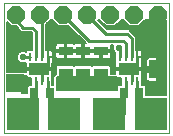
<source format=gtl>
G75*
%MOIN*%
%OFA0B0*%
%FSLAX25Y25*%
%IPPOS*%
%LPD*%
%AMOC8*
5,1,8,0,0,1.08239X$1,22.5*
%
%ADD10C,0.00000*%
%ADD11R,0.01100X0.02800*%
%ADD12R,0.06700X0.03900*%
%ADD13R,0.10630X0.10630*%
%ADD14R,0.02756X0.03543*%
%ADD15R,0.05906X0.05906*%
%ADD16R,0.04724X0.03150*%
%ADD17OC8,0.05906*%
%ADD18C,0.00600*%
%ADD19R,0.02205X0.02205*%
%ADD20C,0.01000*%
%ADD21C,0.02362*%
%ADD22OC8,0.02205*%
D10*
X0056586Y0044415D02*
X0056586Y0087722D01*
X0111704Y0087722D01*
X0111704Y0044415D01*
X0056586Y0044415D01*
X0058593Y0047013D02*
X0058595Y0047061D01*
X0058601Y0047109D01*
X0058611Y0047156D01*
X0058624Y0047202D01*
X0058642Y0047247D01*
X0058662Y0047291D01*
X0058687Y0047333D01*
X0058715Y0047372D01*
X0058745Y0047409D01*
X0058779Y0047443D01*
X0058816Y0047475D01*
X0058854Y0047504D01*
X0058895Y0047529D01*
X0058938Y0047551D01*
X0058983Y0047569D01*
X0059029Y0047583D01*
X0059076Y0047594D01*
X0059124Y0047601D01*
X0059172Y0047604D01*
X0059220Y0047603D01*
X0059268Y0047598D01*
X0059316Y0047589D01*
X0059362Y0047577D01*
X0059407Y0047560D01*
X0059451Y0047540D01*
X0059493Y0047517D01*
X0059533Y0047490D01*
X0059571Y0047460D01*
X0059606Y0047427D01*
X0059638Y0047391D01*
X0059668Y0047353D01*
X0059694Y0047312D01*
X0059716Y0047269D01*
X0059736Y0047225D01*
X0059751Y0047180D01*
X0059763Y0047133D01*
X0059771Y0047085D01*
X0059775Y0047037D01*
X0059775Y0046989D01*
X0059771Y0046941D01*
X0059763Y0046893D01*
X0059751Y0046846D01*
X0059736Y0046801D01*
X0059716Y0046757D01*
X0059694Y0046714D01*
X0059668Y0046673D01*
X0059638Y0046635D01*
X0059606Y0046599D01*
X0059571Y0046566D01*
X0059533Y0046536D01*
X0059493Y0046509D01*
X0059451Y0046486D01*
X0059407Y0046466D01*
X0059362Y0046449D01*
X0059316Y0046437D01*
X0059268Y0046428D01*
X0059220Y0046423D01*
X0059172Y0046422D01*
X0059124Y0046425D01*
X0059076Y0046432D01*
X0059029Y0046443D01*
X0058983Y0046457D01*
X0058938Y0046475D01*
X0058895Y0046497D01*
X0058854Y0046522D01*
X0058816Y0046551D01*
X0058779Y0046583D01*
X0058745Y0046617D01*
X0058715Y0046654D01*
X0058687Y0046693D01*
X0058662Y0046735D01*
X0058642Y0046779D01*
X0058624Y0046824D01*
X0058611Y0046870D01*
X0058601Y0046917D01*
X0058595Y0046965D01*
X0058593Y0047013D01*
X0058593Y0054415D02*
X0058595Y0054463D01*
X0058601Y0054511D01*
X0058611Y0054558D01*
X0058624Y0054604D01*
X0058642Y0054649D01*
X0058662Y0054693D01*
X0058687Y0054735D01*
X0058715Y0054774D01*
X0058745Y0054811D01*
X0058779Y0054845D01*
X0058816Y0054877D01*
X0058854Y0054906D01*
X0058895Y0054931D01*
X0058938Y0054953D01*
X0058983Y0054971D01*
X0059029Y0054985D01*
X0059076Y0054996D01*
X0059124Y0055003D01*
X0059172Y0055006D01*
X0059220Y0055005D01*
X0059268Y0055000D01*
X0059316Y0054991D01*
X0059362Y0054979D01*
X0059407Y0054962D01*
X0059451Y0054942D01*
X0059493Y0054919D01*
X0059533Y0054892D01*
X0059571Y0054862D01*
X0059606Y0054829D01*
X0059638Y0054793D01*
X0059668Y0054755D01*
X0059694Y0054714D01*
X0059716Y0054671D01*
X0059736Y0054627D01*
X0059751Y0054582D01*
X0059763Y0054535D01*
X0059771Y0054487D01*
X0059775Y0054439D01*
X0059775Y0054391D01*
X0059771Y0054343D01*
X0059763Y0054295D01*
X0059751Y0054248D01*
X0059736Y0054203D01*
X0059716Y0054159D01*
X0059694Y0054116D01*
X0059668Y0054075D01*
X0059638Y0054037D01*
X0059606Y0054001D01*
X0059571Y0053968D01*
X0059533Y0053938D01*
X0059493Y0053911D01*
X0059451Y0053888D01*
X0059407Y0053868D01*
X0059362Y0053851D01*
X0059316Y0053839D01*
X0059268Y0053830D01*
X0059220Y0053825D01*
X0059172Y0053824D01*
X0059124Y0053827D01*
X0059076Y0053834D01*
X0059029Y0053845D01*
X0058983Y0053859D01*
X0058938Y0053877D01*
X0058895Y0053899D01*
X0058854Y0053924D01*
X0058816Y0053953D01*
X0058779Y0053985D01*
X0058745Y0054019D01*
X0058715Y0054056D01*
X0058687Y0054095D01*
X0058662Y0054137D01*
X0058642Y0054181D01*
X0058624Y0054226D01*
X0058611Y0054272D01*
X0058601Y0054319D01*
X0058595Y0054367D01*
X0058593Y0054415D01*
X0065995Y0054415D02*
X0065997Y0054463D01*
X0066003Y0054511D01*
X0066013Y0054558D01*
X0066026Y0054604D01*
X0066044Y0054649D01*
X0066064Y0054693D01*
X0066089Y0054735D01*
X0066117Y0054774D01*
X0066147Y0054811D01*
X0066181Y0054845D01*
X0066218Y0054877D01*
X0066256Y0054906D01*
X0066297Y0054931D01*
X0066340Y0054953D01*
X0066385Y0054971D01*
X0066431Y0054985D01*
X0066478Y0054996D01*
X0066526Y0055003D01*
X0066574Y0055006D01*
X0066622Y0055005D01*
X0066670Y0055000D01*
X0066718Y0054991D01*
X0066764Y0054979D01*
X0066809Y0054962D01*
X0066853Y0054942D01*
X0066895Y0054919D01*
X0066935Y0054892D01*
X0066973Y0054862D01*
X0067008Y0054829D01*
X0067040Y0054793D01*
X0067070Y0054755D01*
X0067096Y0054714D01*
X0067118Y0054671D01*
X0067138Y0054627D01*
X0067153Y0054582D01*
X0067165Y0054535D01*
X0067173Y0054487D01*
X0067177Y0054439D01*
X0067177Y0054391D01*
X0067173Y0054343D01*
X0067165Y0054295D01*
X0067153Y0054248D01*
X0067138Y0054203D01*
X0067118Y0054159D01*
X0067096Y0054116D01*
X0067070Y0054075D01*
X0067040Y0054037D01*
X0067008Y0054001D01*
X0066973Y0053968D01*
X0066935Y0053938D01*
X0066895Y0053911D01*
X0066853Y0053888D01*
X0066809Y0053868D01*
X0066764Y0053851D01*
X0066718Y0053839D01*
X0066670Y0053830D01*
X0066622Y0053825D01*
X0066574Y0053824D01*
X0066526Y0053827D01*
X0066478Y0053834D01*
X0066431Y0053845D01*
X0066385Y0053859D01*
X0066340Y0053877D01*
X0066297Y0053899D01*
X0066256Y0053924D01*
X0066218Y0053953D01*
X0066181Y0053985D01*
X0066147Y0054019D01*
X0066117Y0054056D01*
X0066089Y0054095D01*
X0066064Y0054137D01*
X0066044Y0054181D01*
X0066026Y0054226D01*
X0066013Y0054272D01*
X0066003Y0054319D01*
X0065997Y0054367D01*
X0065995Y0054415D01*
X0072373Y0054415D02*
X0072375Y0054463D01*
X0072381Y0054511D01*
X0072391Y0054558D01*
X0072404Y0054604D01*
X0072422Y0054649D01*
X0072442Y0054693D01*
X0072467Y0054735D01*
X0072495Y0054774D01*
X0072525Y0054811D01*
X0072559Y0054845D01*
X0072596Y0054877D01*
X0072634Y0054906D01*
X0072675Y0054931D01*
X0072718Y0054953D01*
X0072763Y0054971D01*
X0072809Y0054985D01*
X0072856Y0054996D01*
X0072904Y0055003D01*
X0072952Y0055006D01*
X0073000Y0055005D01*
X0073048Y0055000D01*
X0073096Y0054991D01*
X0073142Y0054979D01*
X0073187Y0054962D01*
X0073231Y0054942D01*
X0073273Y0054919D01*
X0073313Y0054892D01*
X0073351Y0054862D01*
X0073386Y0054829D01*
X0073418Y0054793D01*
X0073448Y0054755D01*
X0073474Y0054714D01*
X0073496Y0054671D01*
X0073516Y0054627D01*
X0073531Y0054582D01*
X0073543Y0054535D01*
X0073551Y0054487D01*
X0073555Y0054439D01*
X0073555Y0054391D01*
X0073551Y0054343D01*
X0073543Y0054295D01*
X0073531Y0054248D01*
X0073516Y0054203D01*
X0073496Y0054159D01*
X0073474Y0054116D01*
X0073448Y0054075D01*
X0073418Y0054037D01*
X0073386Y0054001D01*
X0073351Y0053968D01*
X0073313Y0053938D01*
X0073273Y0053911D01*
X0073231Y0053888D01*
X0073187Y0053868D01*
X0073142Y0053851D01*
X0073096Y0053839D01*
X0073048Y0053830D01*
X0073000Y0053825D01*
X0072952Y0053824D01*
X0072904Y0053827D01*
X0072856Y0053834D01*
X0072809Y0053845D01*
X0072763Y0053859D01*
X0072718Y0053877D01*
X0072675Y0053899D01*
X0072634Y0053924D01*
X0072596Y0053953D01*
X0072559Y0053985D01*
X0072525Y0054019D01*
X0072495Y0054056D01*
X0072467Y0054095D01*
X0072442Y0054137D01*
X0072422Y0054181D01*
X0072404Y0054226D01*
X0072391Y0054272D01*
X0072381Y0054319D01*
X0072375Y0054367D01*
X0072373Y0054415D01*
X0072373Y0047013D02*
X0072375Y0047061D01*
X0072381Y0047109D01*
X0072391Y0047156D01*
X0072404Y0047202D01*
X0072422Y0047247D01*
X0072442Y0047291D01*
X0072467Y0047333D01*
X0072495Y0047372D01*
X0072525Y0047409D01*
X0072559Y0047443D01*
X0072596Y0047475D01*
X0072634Y0047504D01*
X0072675Y0047529D01*
X0072718Y0047551D01*
X0072763Y0047569D01*
X0072809Y0047583D01*
X0072856Y0047594D01*
X0072904Y0047601D01*
X0072952Y0047604D01*
X0073000Y0047603D01*
X0073048Y0047598D01*
X0073096Y0047589D01*
X0073142Y0047577D01*
X0073187Y0047560D01*
X0073231Y0047540D01*
X0073273Y0047517D01*
X0073313Y0047490D01*
X0073351Y0047460D01*
X0073386Y0047427D01*
X0073418Y0047391D01*
X0073448Y0047353D01*
X0073474Y0047312D01*
X0073496Y0047269D01*
X0073516Y0047225D01*
X0073531Y0047180D01*
X0073543Y0047133D01*
X0073551Y0047085D01*
X0073555Y0047037D01*
X0073555Y0046989D01*
X0073551Y0046941D01*
X0073543Y0046893D01*
X0073531Y0046846D01*
X0073516Y0046801D01*
X0073496Y0046757D01*
X0073474Y0046714D01*
X0073448Y0046673D01*
X0073418Y0046635D01*
X0073386Y0046599D01*
X0073351Y0046566D01*
X0073313Y0046536D01*
X0073273Y0046509D01*
X0073231Y0046486D01*
X0073187Y0046466D01*
X0073142Y0046449D01*
X0073096Y0046437D01*
X0073048Y0046428D01*
X0073000Y0046423D01*
X0072952Y0046422D01*
X0072904Y0046425D01*
X0072856Y0046432D01*
X0072809Y0046443D01*
X0072763Y0046457D01*
X0072718Y0046475D01*
X0072675Y0046497D01*
X0072634Y0046522D01*
X0072596Y0046551D01*
X0072559Y0046583D01*
X0072525Y0046617D01*
X0072495Y0046654D01*
X0072467Y0046693D01*
X0072442Y0046735D01*
X0072422Y0046779D01*
X0072404Y0046824D01*
X0072391Y0046870D01*
X0072381Y0046917D01*
X0072375Y0046965D01*
X0072373Y0047013D01*
X0065995Y0047013D02*
X0065997Y0047061D01*
X0066003Y0047109D01*
X0066013Y0047156D01*
X0066026Y0047202D01*
X0066044Y0047247D01*
X0066064Y0047291D01*
X0066089Y0047333D01*
X0066117Y0047372D01*
X0066147Y0047409D01*
X0066181Y0047443D01*
X0066218Y0047475D01*
X0066256Y0047504D01*
X0066297Y0047529D01*
X0066340Y0047551D01*
X0066385Y0047569D01*
X0066431Y0047583D01*
X0066478Y0047594D01*
X0066526Y0047601D01*
X0066574Y0047604D01*
X0066622Y0047603D01*
X0066670Y0047598D01*
X0066718Y0047589D01*
X0066764Y0047577D01*
X0066809Y0047560D01*
X0066853Y0047540D01*
X0066895Y0047517D01*
X0066935Y0047490D01*
X0066973Y0047460D01*
X0067008Y0047427D01*
X0067040Y0047391D01*
X0067070Y0047353D01*
X0067096Y0047312D01*
X0067118Y0047269D01*
X0067138Y0047225D01*
X0067153Y0047180D01*
X0067165Y0047133D01*
X0067173Y0047085D01*
X0067177Y0047037D01*
X0067177Y0046989D01*
X0067173Y0046941D01*
X0067165Y0046893D01*
X0067153Y0046846D01*
X0067138Y0046801D01*
X0067118Y0046757D01*
X0067096Y0046714D01*
X0067070Y0046673D01*
X0067040Y0046635D01*
X0067008Y0046599D01*
X0066973Y0046566D01*
X0066935Y0046536D01*
X0066895Y0046509D01*
X0066853Y0046486D01*
X0066809Y0046466D01*
X0066764Y0046449D01*
X0066718Y0046437D01*
X0066670Y0046428D01*
X0066622Y0046423D01*
X0066574Y0046422D01*
X0066526Y0046425D01*
X0066478Y0046432D01*
X0066431Y0046443D01*
X0066385Y0046457D01*
X0066340Y0046475D01*
X0066297Y0046497D01*
X0066256Y0046522D01*
X0066218Y0046551D01*
X0066181Y0046583D01*
X0066147Y0046617D01*
X0066117Y0046654D01*
X0066089Y0046693D01*
X0066064Y0046735D01*
X0066044Y0046779D01*
X0066026Y0046824D01*
X0066013Y0046870D01*
X0066003Y0046917D01*
X0065997Y0046965D01*
X0065995Y0047013D01*
X0079774Y0047013D02*
X0079776Y0047061D01*
X0079782Y0047109D01*
X0079792Y0047156D01*
X0079805Y0047202D01*
X0079823Y0047247D01*
X0079843Y0047291D01*
X0079868Y0047333D01*
X0079896Y0047372D01*
X0079926Y0047409D01*
X0079960Y0047443D01*
X0079997Y0047475D01*
X0080035Y0047504D01*
X0080076Y0047529D01*
X0080119Y0047551D01*
X0080164Y0047569D01*
X0080210Y0047583D01*
X0080257Y0047594D01*
X0080305Y0047601D01*
X0080353Y0047604D01*
X0080401Y0047603D01*
X0080449Y0047598D01*
X0080497Y0047589D01*
X0080543Y0047577D01*
X0080588Y0047560D01*
X0080632Y0047540D01*
X0080674Y0047517D01*
X0080714Y0047490D01*
X0080752Y0047460D01*
X0080787Y0047427D01*
X0080819Y0047391D01*
X0080849Y0047353D01*
X0080875Y0047312D01*
X0080897Y0047269D01*
X0080917Y0047225D01*
X0080932Y0047180D01*
X0080944Y0047133D01*
X0080952Y0047085D01*
X0080956Y0047037D01*
X0080956Y0046989D01*
X0080952Y0046941D01*
X0080944Y0046893D01*
X0080932Y0046846D01*
X0080917Y0046801D01*
X0080897Y0046757D01*
X0080875Y0046714D01*
X0080849Y0046673D01*
X0080819Y0046635D01*
X0080787Y0046599D01*
X0080752Y0046566D01*
X0080714Y0046536D01*
X0080674Y0046509D01*
X0080632Y0046486D01*
X0080588Y0046466D01*
X0080543Y0046449D01*
X0080497Y0046437D01*
X0080449Y0046428D01*
X0080401Y0046423D01*
X0080353Y0046422D01*
X0080305Y0046425D01*
X0080257Y0046432D01*
X0080210Y0046443D01*
X0080164Y0046457D01*
X0080119Y0046475D01*
X0080076Y0046497D01*
X0080035Y0046522D01*
X0079997Y0046551D01*
X0079960Y0046583D01*
X0079926Y0046617D01*
X0079896Y0046654D01*
X0079868Y0046693D01*
X0079843Y0046735D01*
X0079823Y0046779D01*
X0079805Y0046824D01*
X0079792Y0046870D01*
X0079782Y0046917D01*
X0079776Y0046965D01*
X0079774Y0047013D01*
X0079774Y0054415D02*
X0079776Y0054463D01*
X0079782Y0054511D01*
X0079792Y0054558D01*
X0079805Y0054604D01*
X0079823Y0054649D01*
X0079843Y0054693D01*
X0079868Y0054735D01*
X0079896Y0054774D01*
X0079926Y0054811D01*
X0079960Y0054845D01*
X0079997Y0054877D01*
X0080035Y0054906D01*
X0080076Y0054931D01*
X0080119Y0054953D01*
X0080164Y0054971D01*
X0080210Y0054985D01*
X0080257Y0054996D01*
X0080305Y0055003D01*
X0080353Y0055006D01*
X0080401Y0055005D01*
X0080449Y0055000D01*
X0080497Y0054991D01*
X0080543Y0054979D01*
X0080588Y0054962D01*
X0080632Y0054942D01*
X0080674Y0054919D01*
X0080714Y0054892D01*
X0080752Y0054862D01*
X0080787Y0054829D01*
X0080819Y0054793D01*
X0080849Y0054755D01*
X0080875Y0054714D01*
X0080897Y0054671D01*
X0080917Y0054627D01*
X0080932Y0054582D01*
X0080944Y0054535D01*
X0080952Y0054487D01*
X0080956Y0054439D01*
X0080956Y0054391D01*
X0080952Y0054343D01*
X0080944Y0054295D01*
X0080932Y0054248D01*
X0080917Y0054203D01*
X0080897Y0054159D01*
X0080875Y0054116D01*
X0080849Y0054075D01*
X0080819Y0054037D01*
X0080787Y0054001D01*
X0080752Y0053968D01*
X0080714Y0053938D01*
X0080674Y0053911D01*
X0080632Y0053888D01*
X0080588Y0053868D01*
X0080543Y0053851D01*
X0080497Y0053839D01*
X0080449Y0053830D01*
X0080401Y0053825D01*
X0080353Y0053824D01*
X0080305Y0053827D01*
X0080257Y0053834D01*
X0080210Y0053845D01*
X0080164Y0053859D01*
X0080119Y0053877D01*
X0080076Y0053899D01*
X0080035Y0053924D01*
X0079997Y0053953D01*
X0079960Y0053985D01*
X0079926Y0054019D01*
X0079896Y0054056D01*
X0079868Y0054095D01*
X0079843Y0054137D01*
X0079823Y0054181D01*
X0079805Y0054226D01*
X0079792Y0054272D01*
X0079782Y0054319D01*
X0079776Y0054367D01*
X0079774Y0054415D01*
X0087333Y0054415D02*
X0087335Y0054463D01*
X0087341Y0054511D01*
X0087351Y0054558D01*
X0087364Y0054604D01*
X0087382Y0054649D01*
X0087402Y0054693D01*
X0087427Y0054735D01*
X0087455Y0054774D01*
X0087485Y0054811D01*
X0087519Y0054845D01*
X0087556Y0054877D01*
X0087594Y0054906D01*
X0087635Y0054931D01*
X0087678Y0054953D01*
X0087723Y0054971D01*
X0087769Y0054985D01*
X0087816Y0054996D01*
X0087864Y0055003D01*
X0087912Y0055006D01*
X0087960Y0055005D01*
X0088008Y0055000D01*
X0088056Y0054991D01*
X0088102Y0054979D01*
X0088147Y0054962D01*
X0088191Y0054942D01*
X0088233Y0054919D01*
X0088273Y0054892D01*
X0088311Y0054862D01*
X0088346Y0054829D01*
X0088378Y0054793D01*
X0088408Y0054755D01*
X0088434Y0054714D01*
X0088456Y0054671D01*
X0088476Y0054627D01*
X0088491Y0054582D01*
X0088503Y0054535D01*
X0088511Y0054487D01*
X0088515Y0054439D01*
X0088515Y0054391D01*
X0088511Y0054343D01*
X0088503Y0054295D01*
X0088491Y0054248D01*
X0088476Y0054203D01*
X0088456Y0054159D01*
X0088434Y0054116D01*
X0088408Y0054075D01*
X0088378Y0054037D01*
X0088346Y0054001D01*
X0088311Y0053968D01*
X0088273Y0053938D01*
X0088233Y0053911D01*
X0088191Y0053888D01*
X0088147Y0053868D01*
X0088102Y0053851D01*
X0088056Y0053839D01*
X0088008Y0053830D01*
X0087960Y0053825D01*
X0087912Y0053824D01*
X0087864Y0053827D01*
X0087816Y0053834D01*
X0087769Y0053845D01*
X0087723Y0053859D01*
X0087678Y0053877D01*
X0087635Y0053899D01*
X0087594Y0053924D01*
X0087556Y0053953D01*
X0087519Y0053985D01*
X0087485Y0054019D01*
X0087455Y0054056D01*
X0087427Y0054095D01*
X0087402Y0054137D01*
X0087382Y0054181D01*
X0087364Y0054226D01*
X0087351Y0054272D01*
X0087341Y0054319D01*
X0087335Y0054367D01*
X0087333Y0054415D01*
X0087333Y0047013D02*
X0087335Y0047061D01*
X0087341Y0047109D01*
X0087351Y0047156D01*
X0087364Y0047202D01*
X0087382Y0047247D01*
X0087402Y0047291D01*
X0087427Y0047333D01*
X0087455Y0047372D01*
X0087485Y0047409D01*
X0087519Y0047443D01*
X0087556Y0047475D01*
X0087594Y0047504D01*
X0087635Y0047529D01*
X0087678Y0047551D01*
X0087723Y0047569D01*
X0087769Y0047583D01*
X0087816Y0047594D01*
X0087864Y0047601D01*
X0087912Y0047604D01*
X0087960Y0047603D01*
X0088008Y0047598D01*
X0088056Y0047589D01*
X0088102Y0047577D01*
X0088147Y0047560D01*
X0088191Y0047540D01*
X0088233Y0047517D01*
X0088273Y0047490D01*
X0088311Y0047460D01*
X0088346Y0047427D01*
X0088378Y0047391D01*
X0088408Y0047353D01*
X0088434Y0047312D01*
X0088456Y0047269D01*
X0088476Y0047225D01*
X0088491Y0047180D01*
X0088503Y0047133D01*
X0088511Y0047085D01*
X0088515Y0047037D01*
X0088515Y0046989D01*
X0088511Y0046941D01*
X0088503Y0046893D01*
X0088491Y0046846D01*
X0088476Y0046801D01*
X0088456Y0046757D01*
X0088434Y0046714D01*
X0088408Y0046673D01*
X0088378Y0046635D01*
X0088346Y0046599D01*
X0088311Y0046566D01*
X0088273Y0046536D01*
X0088233Y0046509D01*
X0088191Y0046486D01*
X0088147Y0046466D01*
X0088102Y0046449D01*
X0088056Y0046437D01*
X0088008Y0046428D01*
X0087960Y0046423D01*
X0087912Y0046422D01*
X0087864Y0046425D01*
X0087816Y0046432D01*
X0087769Y0046443D01*
X0087723Y0046457D01*
X0087678Y0046475D01*
X0087635Y0046497D01*
X0087594Y0046522D01*
X0087556Y0046551D01*
X0087519Y0046583D01*
X0087485Y0046617D01*
X0087455Y0046654D01*
X0087427Y0046693D01*
X0087402Y0046735D01*
X0087382Y0046779D01*
X0087364Y0046824D01*
X0087351Y0046870D01*
X0087341Y0046917D01*
X0087335Y0046965D01*
X0087333Y0047013D01*
X0094735Y0047013D02*
X0094737Y0047061D01*
X0094743Y0047109D01*
X0094753Y0047156D01*
X0094766Y0047202D01*
X0094784Y0047247D01*
X0094804Y0047291D01*
X0094829Y0047333D01*
X0094857Y0047372D01*
X0094887Y0047409D01*
X0094921Y0047443D01*
X0094958Y0047475D01*
X0094996Y0047504D01*
X0095037Y0047529D01*
X0095080Y0047551D01*
X0095125Y0047569D01*
X0095171Y0047583D01*
X0095218Y0047594D01*
X0095266Y0047601D01*
X0095314Y0047604D01*
X0095362Y0047603D01*
X0095410Y0047598D01*
X0095458Y0047589D01*
X0095504Y0047577D01*
X0095549Y0047560D01*
X0095593Y0047540D01*
X0095635Y0047517D01*
X0095675Y0047490D01*
X0095713Y0047460D01*
X0095748Y0047427D01*
X0095780Y0047391D01*
X0095810Y0047353D01*
X0095836Y0047312D01*
X0095858Y0047269D01*
X0095878Y0047225D01*
X0095893Y0047180D01*
X0095905Y0047133D01*
X0095913Y0047085D01*
X0095917Y0047037D01*
X0095917Y0046989D01*
X0095913Y0046941D01*
X0095905Y0046893D01*
X0095893Y0046846D01*
X0095878Y0046801D01*
X0095858Y0046757D01*
X0095836Y0046714D01*
X0095810Y0046673D01*
X0095780Y0046635D01*
X0095748Y0046599D01*
X0095713Y0046566D01*
X0095675Y0046536D01*
X0095635Y0046509D01*
X0095593Y0046486D01*
X0095549Y0046466D01*
X0095504Y0046449D01*
X0095458Y0046437D01*
X0095410Y0046428D01*
X0095362Y0046423D01*
X0095314Y0046422D01*
X0095266Y0046425D01*
X0095218Y0046432D01*
X0095171Y0046443D01*
X0095125Y0046457D01*
X0095080Y0046475D01*
X0095037Y0046497D01*
X0094996Y0046522D01*
X0094958Y0046551D01*
X0094921Y0046583D01*
X0094887Y0046617D01*
X0094857Y0046654D01*
X0094829Y0046693D01*
X0094804Y0046735D01*
X0094784Y0046779D01*
X0094766Y0046824D01*
X0094753Y0046870D01*
X0094743Y0046917D01*
X0094737Y0046965D01*
X0094735Y0047013D01*
X0101113Y0047013D02*
X0101115Y0047061D01*
X0101121Y0047109D01*
X0101131Y0047156D01*
X0101144Y0047202D01*
X0101162Y0047247D01*
X0101182Y0047291D01*
X0101207Y0047333D01*
X0101235Y0047372D01*
X0101265Y0047409D01*
X0101299Y0047443D01*
X0101336Y0047475D01*
X0101374Y0047504D01*
X0101415Y0047529D01*
X0101458Y0047551D01*
X0101503Y0047569D01*
X0101549Y0047583D01*
X0101596Y0047594D01*
X0101644Y0047601D01*
X0101692Y0047604D01*
X0101740Y0047603D01*
X0101788Y0047598D01*
X0101836Y0047589D01*
X0101882Y0047577D01*
X0101927Y0047560D01*
X0101971Y0047540D01*
X0102013Y0047517D01*
X0102053Y0047490D01*
X0102091Y0047460D01*
X0102126Y0047427D01*
X0102158Y0047391D01*
X0102188Y0047353D01*
X0102214Y0047312D01*
X0102236Y0047269D01*
X0102256Y0047225D01*
X0102271Y0047180D01*
X0102283Y0047133D01*
X0102291Y0047085D01*
X0102295Y0047037D01*
X0102295Y0046989D01*
X0102291Y0046941D01*
X0102283Y0046893D01*
X0102271Y0046846D01*
X0102256Y0046801D01*
X0102236Y0046757D01*
X0102214Y0046714D01*
X0102188Y0046673D01*
X0102158Y0046635D01*
X0102126Y0046599D01*
X0102091Y0046566D01*
X0102053Y0046536D01*
X0102013Y0046509D01*
X0101971Y0046486D01*
X0101927Y0046466D01*
X0101882Y0046449D01*
X0101836Y0046437D01*
X0101788Y0046428D01*
X0101740Y0046423D01*
X0101692Y0046422D01*
X0101644Y0046425D01*
X0101596Y0046432D01*
X0101549Y0046443D01*
X0101503Y0046457D01*
X0101458Y0046475D01*
X0101415Y0046497D01*
X0101374Y0046522D01*
X0101336Y0046551D01*
X0101299Y0046583D01*
X0101265Y0046617D01*
X0101235Y0046654D01*
X0101207Y0046693D01*
X0101182Y0046735D01*
X0101162Y0046779D01*
X0101144Y0046824D01*
X0101131Y0046870D01*
X0101121Y0046917D01*
X0101115Y0046965D01*
X0101113Y0047013D01*
X0101113Y0054415D02*
X0101115Y0054463D01*
X0101121Y0054511D01*
X0101131Y0054558D01*
X0101144Y0054604D01*
X0101162Y0054649D01*
X0101182Y0054693D01*
X0101207Y0054735D01*
X0101235Y0054774D01*
X0101265Y0054811D01*
X0101299Y0054845D01*
X0101336Y0054877D01*
X0101374Y0054906D01*
X0101415Y0054931D01*
X0101458Y0054953D01*
X0101503Y0054971D01*
X0101549Y0054985D01*
X0101596Y0054996D01*
X0101644Y0055003D01*
X0101692Y0055006D01*
X0101740Y0055005D01*
X0101788Y0055000D01*
X0101836Y0054991D01*
X0101882Y0054979D01*
X0101927Y0054962D01*
X0101971Y0054942D01*
X0102013Y0054919D01*
X0102053Y0054892D01*
X0102091Y0054862D01*
X0102126Y0054829D01*
X0102158Y0054793D01*
X0102188Y0054755D01*
X0102214Y0054714D01*
X0102236Y0054671D01*
X0102256Y0054627D01*
X0102271Y0054582D01*
X0102283Y0054535D01*
X0102291Y0054487D01*
X0102295Y0054439D01*
X0102295Y0054391D01*
X0102291Y0054343D01*
X0102283Y0054295D01*
X0102271Y0054248D01*
X0102256Y0054203D01*
X0102236Y0054159D01*
X0102214Y0054116D01*
X0102188Y0054075D01*
X0102158Y0054037D01*
X0102126Y0054001D01*
X0102091Y0053968D01*
X0102053Y0053938D01*
X0102013Y0053911D01*
X0101971Y0053888D01*
X0101927Y0053868D01*
X0101882Y0053851D01*
X0101836Y0053839D01*
X0101788Y0053830D01*
X0101740Y0053825D01*
X0101692Y0053824D01*
X0101644Y0053827D01*
X0101596Y0053834D01*
X0101549Y0053845D01*
X0101503Y0053859D01*
X0101458Y0053877D01*
X0101415Y0053899D01*
X0101374Y0053924D01*
X0101336Y0053953D01*
X0101299Y0053985D01*
X0101265Y0054019D01*
X0101235Y0054056D01*
X0101207Y0054095D01*
X0101182Y0054137D01*
X0101162Y0054181D01*
X0101144Y0054226D01*
X0101131Y0054272D01*
X0101121Y0054319D01*
X0101115Y0054367D01*
X0101113Y0054415D01*
X0094735Y0054415D02*
X0094737Y0054463D01*
X0094743Y0054511D01*
X0094753Y0054558D01*
X0094766Y0054604D01*
X0094784Y0054649D01*
X0094804Y0054693D01*
X0094829Y0054735D01*
X0094857Y0054774D01*
X0094887Y0054811D01*
X0094921Y0054845D01*
X0094958Y0054877D01*
X0094996Y0054906D01*
X0095037Y0054931D01*
X0095080Y0054953D01*
X0095125Y0054971D01*
X0095171Y0054985D01*
X0095218Y0054996D01*
X0095266Y0055003D01*
X0095314Y0055006D01*
X0095362Y0055005D01*
X0095410Y0055000D01*
X0095458Y0054991D01*
X0095504Y0054979D01*
X0095549Y0054962D01*
X0095593Y0054942D01*
X0095635Y0054919D01*
X0095675Y0054892D01*
X0095713Y0054862D01*
X0095748Y0054829D01*
X0095780Y0054793D01*
X0095810Y0054755D01*
X0095836Y0054714D01*
X0095858Y0054671D01*
X0095878Y0054627D01*
X0095893Y0054582D01*
X0095905Y0054535D01*
X0095913Y0054487D01*
X0095917Y0054439D01*
X0095917Y0054391D01*
X0095913Y0054343D01*
X0095905Y0054295D01*
X0095893Y0054248D01*
X0095878Y0054203D01*
X0095858Y0054159D01*
X0095836Y0054116D01*
X0095810Y0054075D01*
X0095780Y0054037D01*
X0095748Y0054001D01*
X0095713Y0053968D01*
X0095675Y0053938D01*
X0095635Y0053911D01*
X0095593Y0053888D01*
X0095549Y0053868D01*
X0095504Y0053851D01*
X0095458Y0053839D01*
X0095410Y0053830D01*
X0095362Y0053825D01*
X0095314Y0053824D01*
X0095266Y0053827D01*
X0095218Y0053834D01*
X0095171Y0053845D01*
X0095125Y0053859D01*
X0095080Y0053877D01*
X0095037Y0053899D01*
X0094996Y0053924D01*
X0094958Y0053953D01*
X0094921Y0053985D01*
X0094887Y0054019D01*
X0094857Y0054056D01*
X0094829Y0054095D01*
X0094804Y0054137D01*
X0094784Y0054181D01*
X0094766Y0054226D01*
X0094753Y0054272D01*
X0094743Y0054319D01*
X0094737Y0054367D01*
X0094735Y0054415D01*
X0108515Y0054415D02*
X0108517Y0054463D01*
X0108523Y0054511D01*
X0108533Y0054558D01*
X0108546Y0054604D01*
X0108564Y0054649D01*
X0108584Y0054693D01*
X0108609Y0054735D01*
X0108637Y0054774D01*
X0108667Y0054811D01*
X0108701Y0054845D01*
X0108738Y0054877D01*
X0108776Y0054906D01*
X0108817Y0054931D01*
X0108860Y0054953D01*
X0108905Y0054971D01*
X0108951Y0054985D01*
X0108998Y0054996D01*
X0109046Y0055003D01*
X0109094Y0055006D01*
X0109142Y0055005D01*
X0109190Y0055000D01*
X0109238Y0054991D01*
X0109284Y0054979D01*
X0109329Y0054962D01*
X0109373Y0054942D01*
X0109415Y0054919D01*
X0109455Y0054892D01*
X0109493Y0054862D01*
X0109528Y0054829D01*
X0109560Y0054793D01*
X0109590Y0054755D01*
X0109616Y0054714D01*
X0109638Y0054671D01*
X0109658Y0054627D01*
X0109673Y0054582D01*
X0109685Y0054535D01*
X0109693Y0054487D01*
X0109697Y0054439D01*
X0109697Y0054391D01*
X0109693Y0054343D01*
X0109685Y0054295D01*
X0109673Y0054248D01*
X0109658Y0054203D01*
X0109638Y0054159D01*
X0109616Y0054116D01*
X0109590Y0054075D01*
X0109560Y0054037D01*
X0109528Y0054001D01*
X0109493Y0053968D01*
X0109455Y0053938D01*
X0109415Y0053911D01*
X0109373Y0053888D01*
X0109329Y0053868D01*
X0109284Y0053851D01*
X0109238Y0053839D01*
X0109190Y0053830D01*
X0109142Y0053825D01*
X0109094Y0053824D01*
X0109046Y0053827D01*
X0108998Y0053834D01*
X0108951Y0053845D01*
X0108905Y0053859D01*
X0108860Y0053877D01*
X0108817Y0053899D01*
X0108776Y0053924D01*
X0108738Y0053953D01*
X0108701Y0053985D01*
X0108667Y0054019D01*
X0108637Y0054056D01*
X0108609Y0054095D01*
X0108584Y0054137D01*
X0108564Y0054181D01*
X0108546Y0054226D01*
X0108533Y0054272D01*
X0108523Y0054319D01*
X0108517Y0054367D01*
X0108515Y0054415D01*
X0108515Y0047013D02*
X0108517Y0047061D01*
X0108523Y0047109D01*
X0108533Y0047156D01*
X0108546Y0047202D01*
X0108564Y0047247D01*
X0108584Y0047291D01*
X0108609Y0047333D01*
X0108637Y0047372D01*
X0108667Y0047409D01*
X0108701Y0047443D01*
X0108738Y0047475D01*
X0108776Y0047504D01*
X0108817Y0047529D01*
X0108860Y0047551D01*
X0108905Y0047569D01*
X0108951Y0047583D01*
X0108998Y0047594D01*
X0109046Y0047601D01*
X0109094Y0047604D01*
X0109142Y0047603D01*
X0109190Y0047598D01*
X0109238Y0047589D01*
X0109284Y0047577D01*
X0109329Y0047560D01*
X0109373Y0047540D01*
X0109415Y0047517D01*
X0109455Y0047490D01*
X0109493Y0047460D01*
X0109528Y0047427D01*
X0109560Y0047391D01*
X0109590Y0047353D01*
X0109616Y0047312D01*
X0109638Y0047269D01*
X0109658Y0047225D01*
X0109673Y0047180D01*
X0109685Y0047133D01*
X0109693Y0047085D01*
X0109697Y0047037D01*
X0109697Y0046989D01*
X0109693Y0046941D01*
X0109685Y0046893D01*
X0109673Y0046846D01*
X0109658Y0046801D01*
X0109638Y0046757D01*
X0109616Y0046714D01*
X0109590Y0046673D01*
X0109560Y0046635D01*
X0109528Y0046599D01*
X0109493Y0046566D01*
X0109455Y0046536D01*
X0109415Y0046509D01*
X0109373Y0046486D01*
X0109329Y0046466D01*
X0109284Y0046449D01*
X0109238Y0046437D01*
X0109190Y0046428D01*
X0109142Y0046423D01*
X0109094Y0046422D01*
X0109046Y0046425D01*
X0108998Y0046432D01*
X0108951Y0046443D01*
X0108905Y0046457D01*
X0108860Y0046475D01*
X0108817Y0046497D01*
X0108776Y0046522D01*
X0108738Y0046551D01*
X0108701Y0046583D01*
X0108667Y0046617D01*
X0108637Y0046654D01*
X0108609Y0046693D01*
X0108584Y0046735D01*
X0108564Y0046779D01*
X0108546Y0046824D01*
X0108533Y0046870D01*
X0108523Y0046917D01*
X0108517Y0046965D01*
X0108515Y0047013D01*
D11*
X0101035Y0061725D03*
X0099066Y0061725D03*
X0097097Y0061725D03*
X0095128Y0061725D03*
X0095128Y0069625D03*
X0097097Y0069625D03*
X0099066Y0069625D03*
X0101035Y0069625D03*
X0071153Y0069625D03*
X0069184Y0069625D03*
X0067216Y0069625D03*
X0065247Y0069625D03*
X0065247Y0061725D03*
X0067216Y0061725D03*
X0069184Y0061725D03*
X0071153Y0061725D03*
D12*
X0068200Y0065675D03*
X0098082Y0065675D03*
D13*
X0091625Y0050714D03*
X0105405Y0050714D03*
X0076665Y0050714D03*
X0062885Y0050714D03*
D14*
X0066625Y0057761D03*
X0071743Y0057761D03*
X0096546Y0057761D03*
X0101665Y0057761D03*
D15*
X0107885Y0065517D03*
X0060365Y0060950D03*
D16*
X0077058Y0064494D03*
X0082964Y0064494D03*
X0088869Y0064494D03*
X0088869Y0071580D03*
X0082964Y0071580D03*
X0077058Y0071580D03*
D17*
X0076271Y0083785D03*
X0084145Y0083785D03*
X0092019Y0083785D03*
X0099893Y0083785D03*
X0107767Y0083785D03*
X0068397Y0083785D03*
X0060523Y0083785D03*
D18*
X0057673Y0081186D02*
X0058927Y0079932D01*
X0060460Y0079932D01*
X0062338Y0078054D01*
X0065454Y0078054D01*
X0065816Y0077693D01*
X0065816Y0071925D01*
X0064324Y0071925D01*
X0063864Y0071465D01*
X0063675Y0071654D01*
X0062016Y0071654D01*
X0060843Y0070481D01*
X0060843Y0068822D01*
X0062016Y0067649D01*
X0063675Y0067649D01*
X0063750Y0067724D01*
X0063750Y0065975D01*
X0067900Y0065975D01*
X0067900Y0065375D01*
X0063750Y0065375D01*
X0063750Y0064744D01*
X0063691Y0064803D01*
X0057673Y0064803D01*
X0057673Y0081186D01*
X0057673Y0080924D02*
X0057935Y0080924D01*
X0057673Y0080326D02*
X0058534Y0080326D01*
X0057673Y0079727D02*
X0060665Y0079727D01*
X0061263Y0079129D02*
X0057673Y0079129D01*
X0057673Y0078530D02*
X0061862Y0078530D01*
X0065577Y0077932D02*
X0057673Y0077932D01*
X0057673Y0077333D02*
X0065816Y0077333D01*
X0065816Y0076735D02*
X0057673Y0076735D01*
X0057673Y0076136D02*
X0065816Y0076136D01*
X0065816Y0075538D02*
X0057673Y0075538D01*
X0057673Y0074939D02*
X0065816Y0074939D01*
X0065816Y0074341D02*
X0057673Y0074341D01*
X0057673Y0073742D02*
X0065816Y0073742D01*
X0065816Y0073144D02*
X0057673Y0073144D01*
X0057673Y0072545D02*
X0065816Y0072545D01*
X0065816Y0071947D02*
X0057673Y0071947D01*
X0057673Y0071348D02*
X0061711Y0071348D01*
X0061112Y0070750D02*
X0057673Y0070750D01*
X0057673Y0070151D02*
X0060843Y0070151D01*
X0060843Y0069552D02*
X0057673Y0069552D01*
X0057673Y0068954D02*
X0060843Y0068954D01*
X0061310Y0068355D02*
X0057673Y0068355D01*
X0057673Y0067757D02*
X0061908Y0067757D01*
X0063750Y0067158D02*
X0057673Y0067158D01*
X0057673Y0066560D02*
X0063750Y0066560D01*
X0063750Y0065363D02*
X0057673Y0065363D01*
X0057673Y0065961D02*
X0067900Y0065961D01*
X0068200Y0065675D02*
X0069106Y0064887D01*
X0068500Y0065375D02*
X0068500Y0065975D01*
X0072650Y0065975D01*
X0072650Y0067664D01*
X0072729Y0067800D01*
X0072803Y0068080D01*
X0072803Y0069625D01*
X0072803Y0071170D01*
X0072729Y0071449D01*
X0072584Y0071700D01*
X0072379Y0071905D01*
X0072128Y0072050D01*
X0071848Y0072125D01*
X0071154Y0072125D01*
X0071154Y0069625D01*
X0072803Y0069625D01*
X0071154Y0069625D01*
X0071154Y0069625D01*
X0071153Y0069625D01*
X0071153Y0072125D01*
X0070584Y0072125D01*
X0070584Y0080524D01*
X0072158Y0082098D01*
X0072510Y0082098D01*
X0074675Y0079932D01*
X0077867Y0079932D01*
X0078005Y0080071D01*
X0083821Y0074255D01*
X0083264Y0074255D01*
X0083264Y0071880D01*
X0088569Y0071880D01*
X0088569Y0071280D01*
X0089169Y0071280D01*
X0089169Y0068906D01*
X0091376Y0068906D01*
X0091656Y0068981D01*
X0091907Y0069125D01*
X0092112Y0069330D01*
X0092257Y0069581D01*
X0092331Y0069861D01*
X0092331Y0071280D01*
X0089169Y0071280D01*
X0089169Y0071880D01*
X0092331Y0071880D01*
X0092331Y0073300D01*
X0092257Y0073580D01*
X0092173Y0073724D01*
X0093023Y0073724D01*
X0092851Y0073552D01*
X0092851Y0071893D01*
X0093678Y0071066D01*
X0093678Y0067943D01*
X0093632Y0067770D01*
X0093632Y0065975D01*
X0097782Y0065975D01*
X0097782Y0065375D01*
X0093632Y0065375D01*
X0093632Y0064119D01*
X0092131Y0064119D01*
X0092131Y0066441D01*
X0091604Y0066969D01*
X0086134Y0066969D01*
X0085917Y0066751D01*
X0085699Y0066969D01*
X0080229Y0066969D01*
X0080011Y0066751D01*
X0079793Y0066969D01*
X0074323Y0066969D01*
X0073796Y0066441D01*
X0073796Y0064110D01*
X0073102Y0063416D01*
X0073102Y0063385D01*
X0072851Y0063134D01*
X0072851Y0060433D01*
X0072603Y0060433D01*
X0072603Y0063406D01*
X0072650Y0063580D01*
X0072650Y0065375D01*
X0068500Y0065375D01*
X0068500Y0065961D02*
X0073796Y0065961D01*
X0073796Y0065363D02*
X0072650Y0065363D01*
X0072650Y0064764D02*
X0073796Y0064764D01*
X0073796Y0064166D02*
X0072650Y0064166D01*
X0072647Y0063567D02*
X0073254Y0063567D01*
X0072851Y0062969D02*
X0072603Y0062969D01*
X0072603Y0062370D02*
X0072851Y0062370D01*
X0072851Y0061772D02*
X0072603Y0061772D01*
X0072603Y0061173D02*
X0072851Y0061173D01*
X0072851Y0060575D02*
X0072603Y0060575D01*
X0074302Y0060575D02*
X0095562Y0060575D01*
X0095562Y0060433D02*
X0094796Y0060433D01*
X0094269Y0059906D01*
X0094269Y0058588D01*
X0074302Y0058588D01*
X0074302Y0062919D01*
X0094265Y0062919D01*
X0094359Y0062825D01*
X0095562Y0062825D01*
X0095562Y0060433D01*
X0095562Y0061173D02*
X0074302Y0061173D01*
X0074302Y0061772D02*
X0095562Y0061772D01*
X0095562Y0062370D02*
X0074302Y0062370D01*
X0074302Y0059976D02*
X0094339Y0059976D01*
X0094269Y0059378D02*
X0074302Y0059378D01*
X0074302Y0058779D02*
X0094269Y0058779D01*
X0093632Y0064166D02*
X0092131Y0064166D01*
X0092131Y0064764D02*
X0093632Y0064764D01*
X0093632Y0065363D02*
X0092131Y0065363D01*
X0092131Y0065961D02*
X0097782Y0065961D01*
X0098382Y0065961D02*
X0103832Y0065961D01*
X0103832Y0065817D02*
X0107585Y0065817D01*
X0107585Y0065217D01*
X0108185Y0065217D01*
X0108185Y0061465D01*
X0110617Y0061465D01*
X0110617Y0056929D01*
X0103943Y0056929D01*
X0103943Y0059906D01*
X0103415Y0060433D01*
X0102485Y0060433D01*
X0102485Y0063406D01*
X0102532Y0063580D01*
X0102532Y0065375D01*
X0098382Y0065375D01*
X0098382Y0065975D01*
X0102532Y0065975D01*
X0102532Y0067664D01*
X0102610Y0067800D01*
X0102685Y0068080D01*
X0102685Y0069625D01*
X0102685Y0071170D01*
X0102610Y0071449D01*
X0102466Y0071700D01*
X0102261Y0071905D01*
X0102010Y0072050D01*
X0101730Y0072125D01*
X0101035Y0072125D01*
X0100466Y0072125D01*
X0100466Y0076491D01*
X0098891Y0078066D01*
X0098071Y0078886D01*
X0091024Y0078886D01*
X0087859Y0082051D01*
X0087906Y0082098D01*
X0088258Y0082098D01*
X0090423Y0079932D01*
X0093615Y0079932D01*
X0095780Y0082098D01*
X0096132Y0082098D01*
X0098297Y0079932D01*
X0101489Y0079932D01*
X0103654Y0082098D01*
X0110523Y0082098D01*
X0110523Y0060950D01*
X0107767Y0060950D01*
X0107767Y0075517D01*
X0103436Y0079848D01*
X0103436Y0081880D01*
X0103654Y0082098D01*
X0103723Y0082098D01*
X0106088Y0079732D01*
X0107467Y0079732D01*
X0107467Y0082098D01*
X0108067Y0082098D01*
X0108067Y0079732D01*
X0109446Y0079732D01*
X0110617Y0080903D01*
X0110617Y0069570D01*
X0108185Y0069570D01*
X0108185Y0065817D01*
X0107585Y0065817D01*
X0107585Y0069570D01*
X0104787Y0069570D01*
X0104508Y0069495D01*
X0104257Y0069350D01*
X0104052Y0069146D01*
X0103907Y0068895D01*
X0103832Y0068615D01*
X0103832Y0065817D01*
X0103832Y0065217D02*
X0103832Y0062420D01*
X0103907Y0062140D01*
X0104052Y0061889D01*
X0104257Y0061684D01*
X0104508Y0061540D01*
X0104787Y0061465D01*
X0107585Y0061465D01*
X0107585Y0065217D01*
X0103832Y0065217D01*
X0103832Y0064764D02*
X0102532Y0064764D01*
X0102532Y0064166D02*
X0103832Y0064166D01*
X0103832Y0063567D02*
X0102528Y0063567D01*
X0102485Y0062969D02*
X0103832Y0062969D01*
X0103846Y0062370D02*
X0102485Y0062370D01*
X0102485Y0061772D02*
X0104169Y0061772D01*
X0102485Y0061173D02*
X0110617Y0061173D01*
X0110523Y0061173D02*
X0107767Y0061173D01*
X0107767Y0061772D02*
X0110523Y0061772D01*
X0110523Y0062370D02*
X0107767Y0062370D01*
X0107585Y0062370D02*
X0108185Y0062370D01*
X0108185Y0061772D02*
X0107585Y0061772D01*
X0107585Y0062969D02*
X0108185Y0062969D01*
X0107767Y0062969D02*
X0110523Y0062969D01*
X0110523Y0063567D02*
X0107767Y0063567D01*
X0107585Y0063567D02*
X0108185Y0063567D01*
X0108185Y0064166D02*
X0107585Y0064166D01*
X0107767Y0064166D02*
X0110523Y0064166D01*
X0110523Y0064764D02*
X0107767Y0064764D01*
X0107585Y0064764D02*
X0108185Y0064764D01*
X0107767Y0065363D02*
X0110523Y0065363D01*
X0110523Y0065961D02*
X0107767Y0065961D01*
X0107585Y0065961D02*
X0108185Y0065961D01*
X0108185Y0066560D02*
X0107585Y0066560D01*
X0107767Y0066560D02*
X0110523Y0066560D01*
X0110523Y0067158D02*
X0107767Y0067158D01*
X0107585Y0067158D02*
X0108185Y0067158D01*
X0108185Y0067757D02*
X0107585Y0067757D01*
X0107767Y0067757D02*
X0110523Y0067757D01*
X0110523Y0068355D02*
X0107767Y0068355D01*
X0107585Y0068355D02*
X0108185Y0068355D01*
X0108185Y0068954D02*
X0107585Y0068954D01*
X0107767Y0068954D02*
X0110523Y0068954D01*
X0110523Y0069552D02*
X0107767Y0069552D01*
X0107585Y0069552D02*
X0108185Y0069552D01*
X0107767Y0070151D02*
X0110523Y0070151D01*
X0110617Y0070151D02*
X0102685Y0070151D01*
X0102685Y0069625D02*
X0101036Y0069625D01*
X0101036Y0069625D01*
X0102685Y0069625D01*
X0102685Y0069552D02*
X0104722Y0069552D01*
X0103941Y0068954D02*
X0102685Y0068954D01*
X0102685Y0068355D02*
X0103832Y0068355D01*
X0103832Y0067757D02*
X0102585Y0067757D01*
X0102532Y0067158D02*
X0103832Y0067158D01*
X0103832Y0066560D02*
X0102532Y0066560D01*
X0102532Y0065363D02*
X0107585Y0065363D01*
X0107767Y0070750D02*
X0110523Y0070750D01*
X0110617Y0070750D02*
X0102685Y0070750D01*
X0102638Y0071348D02*
X0110617Y0071348D01*
X0110523Y0071348D02*
X0107767Y0071348D01*
X0107767Y0071947D02*
X0110523Y0071947D01*
X0110617Y0071947D02*
X0102189Y0071947D01*
X0101035Y0071947D02*
X0101035Y0071947D01*
X0101035Y0072125D02*
X0101035Y0069625D01*
X0101035Y0069625D01*
X0101035Y0072125D01*
X0100466Y0072545D02*
X0110617Y0072545D01*
X0110523Y0072545D02*
X0107767Y0072545D01*
X0107767Y0073144D02*
X0110523Y0073144D01*
X0110617Y0073144D02*
X0100466Y0073144D01*
X0100466Y0073742D02*
X0110617Y0073742D01*
X0110523Y0073742D02*
X0107767Y0073742D01*
X0107767Y0074341D02*
X0110523Y0074341D01*
X0110617Y0074341D02*
X0100466Y0074341D01*
X0100466Y0074939D02*
X0110617Y0074939D01*
X0110523Y0074939D02*
X0107767Y0074939D01*
X0107747Y0075538D02*
X0110523Y0075538D01*
X0110617Y0075538D02*
X0100466Y0075538D01*
X0100466Y0076136D02*
X0110617Y0076136D01*
X0110523Y0076136D02*
X0107148Y0076136D01*
X0106550Y0076735D02*
X0110523Y0076735D01*
X0110617Y0076735D02*
X0100222Y0076735D01*
X0099624Y0077333D02*
X0110617Y0077333D01*
X0110523Y0077333D02*
X0105951Y0077333D01*
X0105353Y0077932D02*
X0110523Y0077932D01*
X0110617Y0077932D02*
X0099025Y0077932D01*
X0098427Y0078530D02*
X0110617Y0078530D01*
X0110523Y0078530D02*
X0104754Y0078530D01*
X0104156Y0079129D02*
X0110523Y0079129D01*
X0110617Y0079129D02*
X0090781Y0079129D01*
X0090183Y0079727D02*
X0110617Y0079727D01*
X0110523Y0079727D02*
X0103557Y0079727D01*
X0103436Y0080326D02*
X0110523Y0080326D01*
X0110617Y0080326D02*
X0110039Y0080326D01*
X0110523Y0080924D02*
X0103436Y0080924D01*
X0103436Y0081523D02*
X0110523Y0081523D01*
X0108067Y0081523D02*
X0107467Y0081523D01*
X0107467Y0080924D02*
X0108067Y0080924D01*
X0108067Y0080326D02*
X0107467Y0080326D01*
X0105495Y0080326D02*
X0101882Y0080326D01*
X0102481Y0080924D02*
X0104896Y0080924D01*
X0104298Y0081523D02*
X0103079Y0081523D01*
X0097904Y0080326D02*
X0094008Y0080326D01*
X0094607Y0080924D02*
X0097305Y0080924D01*
X0096707Y0081523D02*
X0095205Y0081523D01*
X0090030Y0080326D02*
X0089584Y0080326D01*
X0089431Y0080924D02*
X0088986Y0080924D01*
X0088833Y0081523D02*
X0088387Y0081523D01*
X0082538Y0075538D02*
X0070584Y0075538D01*
X0070584Y0076136D02*
X0081940Y0076136D01*
X0081341Y0076735D02*
X0070584Y0076735D01*
X0070584Y0077333D02*
X0080743Y0077333D01*
X0080144Y0077932D02*
X0070584Y0077932D01*
X0070584Y0078530D02*
X0079546Y0078530D01*
X0078947Y0079129D02*
X0070584Y0079129D01*
X0070584Y0079727D02*
X0078349Y0079727D01*
X0074282Y0080326D02*
X0070584Y0080326D01*
X0070985Y0080924D02*
X0073683Y0080924D01*
X0073085Y0081523D02*
X0071583Y0081523D01*
X0070584Y0074939D02*
X0083137Y0074939D01*
X0082664Y0074255D02*
X0080457Y0074255D01*
X0080177Y0074180D01*
X0080011Y0074084D01*
X0079845Y0074180D01*
X0079565Y0074255D01*
X0077358Y0074255D01*
X0077358Y0071880D01*
X0082664Y0071880D01*
X0082664Y0071280D01*
X0083264Y0071280D01*
X0083264Y0068906D01*
X0085471Y0068906D01*
X0085751Y0068981D01*
X0085917Y0069076D01*
X0086082Y0068981D01*
X0086362Y0068906D01*
X0088569Y0068906D01*
X0088569Y0071280D01*
X0085407Y0071280D01*
X0083264Y0071280D01*
X0083264Y0071880D01*
X0082664Y0071880D01*
X0082664Y0074255D01*
X0082664Y0073742D02*
X0083264Y0073742D01*
X0083264Y0073144D02*
X0082664Y0073144D01*
X0082664Y0072545D02*
X0083264Y0072545D01*
X0083264Y0071947D02*
X0082664Y0071947D01*
X0082664Y0071348D02*
X0077358Y0071348D01*
X0077358Y0071280D02*
X0077358Y0071880D01*
X0076758Y0071880D01*
X0076758Y0071280D01*
X0077358Y0071280D01*
X0077358Y0068906D01*
X0079565Y0068906D01*
X0079845Y0068981D01*
X0080011Y0069076D01*
X0080177Y0068981D01*
X0080457Y0068906D01*
X0082664Y0068906D01*
X0082664Y0071280D01*
X0079502Y0071280D01*
X0077358Y0071280D01*
X0077358Y0070750D02*
X0076758Y0070750D01*
X0076758Y0071280D02*
X0076758Y0068906D01*
X0074551Y0068906D01*
X0074271Y0068981D01*
X0074021Y0069125D01*
X0073816Y0069330D01*
X0073671Y0069581D01*
X0073596Y0069861D01*
X0073596Y0071280D01*
X0076758Y0071280D01*
X0076758Y0071348D02*
X0072756Y0071348D01*
X0072803Y0070750D02*
X0073596Y0070750D01*
X0073596Y0070151D02*
X0072803Y0070151D01*
X0072803Y0069552D02*
X0073687Y0069552D01*
X0074371Y0068954D02*
X0072803Y0068954D01*
X0072803Y0068355D02*
X0093678Y0068355D01*
X0093678Y0068954D02*
X0091557Y0068954D01*
X0092240Y0069552D02*
X0093678Y0069552D01*
X0093678Y0070151D02*
X0092331Y0070151D01*
X0092331Y0070750D02*
X0093678Y0070750D01*
X0093396Y0071348D02*
X0089169Y0071348D01*
X0089169Y0070750D02*
X0088569Y0070750D01*
X0088569Y0071348D02*
X0083264Y0071348D01*
X0083264Y0070750D02*
X0082664Y0070750D01*
X0082664Y0070151D02*
X0083264Y0070151D01*
X0083264Y0069552D02*
X0082664Y0069552D01*
X0082664Y0068954D02*
X0083264Y0068954D01*
X0085651Y0068954D02*
X0086182Y0068954D01*
X0088569Y0068954D02*
X0089169Y0068954D01*
X0089169Y0069552D02*
X0088569Y0069552D01*
X0088569Y0070151D02*
X0089169Y0070151D01*
X0092331Y0071947D02*
X0092851Y0071947D01*
X0092851Y0072545D02*
X0092331Y0072545D01*
X0092331Y0073144D02*
X0092851Y0073144D01*
X0093632Y0067757D02*
X0072704Y0067757D01*
X0072650Y0067158D02*
X0093632Y0067158D01*
X0093632Y0066560D02*
X0092013Y0066560D01*
X0083735Y0074341D02*
X0070584Y0074341D01*
X0070584Y0073742D02*
X0073765Y0073742D01*
X0073816Y0073831D02*
X0073671Y0073580D01*
X0073596Y0073300D01*
X0073596Y0071880D01*
X0076758Y0071880D01*
X0076758Y0074255D01*
X0074551Y0074255D01*
X0074271Y0074180D01*
X0074021Y0074035D01*
X0073816Y0073831D01*
X0073596Y0073144D02*
X0070584Y0073144D01*
X0070584Y0072545D02*
X0073596Y0072545D01*
X0073596Y0071947D02*
X0072307Y0071947D01*
X0071154Y0071947D02*
X0071153Y0071947D01*
X0071153Y0071348D02*
X0071154Y0071348D01*
X0071153Y0070750D02*
X0071154Y0070750D01*
X0071153Y0070151D02*
X0071154Y0070151D01*
X0072650Y0066560D02*
X0073915Y0066560D01*
X0076758Y0068954D02*
X0077358Y0068954D01*
X0077358Y0069552D02*
X0076758Y0069552D01*
X0076758Y0070151D02*
X0077358Y0070151D01*
X0077358Y0071947D02*
X0076758Y0071947D01*
X0076758Y0072545D02*
X0077358Y0072545D01*
X0077358Y0073144D02*
X0076758Y0073144D01*
X0076758Y0073742D02*
X0077358Y0073742D01*
X0079746Y0068954D02*
X0080276Y0068954D01*
X0065641Y0062825D02*
X0065641Y0060433D01*
X0064874Y0060433D01*
X0064347Y0059906D01*
X0064347Y0057801D01*
X0062491Y0057801D01*
X0062491Y0063313D01*
X0063989Y0063313D01*
X0064477Y0062825D01*
X0065641Y0062825D01*
X0065641Y0062370D02*
X0062491Y0062370D01*
X0062491Y0061772D02*
X0065641Y0061772D01*
X0065641Y0061173D02*
X0062491Y0061173D01*
X0062491Y0060575D02*
X0065641Y0060575D01*
X0064418Y0059976D02*
X0062491Y0059976D01*
X0062491Y0059378D02*
X0064347Y0059378D01*
X0064347Y0058779D02*
X0062491Y0058779D01*
X0062491Y0058181D02*
X0064347Y0058181D01*
X0064333Y0062969D02*
X0062491Y0062969D01*
X0063730Y0064764D02*
X0063750Y0064764D01*
X0101035Y0070151D02*
X0101035Y0070151D01*
X0101035Y0070750D02*
X0101035Y0070750D01*
X0101035Y0071348D02*
X0101035Y0071348D01*
X0102485Y0060575D02*
X0110617Y0060575D01*
X0110617Y0059976D02*
X0103872Y0059976D01*
X0103943Y0059378D02*
X0110617Y0059378D01*
X0110617Y0058779D02*
X0103943Y0058779D01*
X0103943Y0058181D02*
X0110617Y0058181D01*
X0110617Y0057582D02*
X0103943Y0057582D01*
X0103943Y0056984D02*
X0110617Y0056984D01*
D19*
X0091153Y0067958D03*
X0077885Y0075911D03*
X0077885Y0078273D03*
X0071586Y0078667D03*
X0071586Y0076305D03*
X0071586Y0073943D03*
X0070405Y0065675D03*
X0074854Y0061659D03*
X0074854Y0059415D03*
X0065995Y0065675D03*
X0062846Y0066777D03*
X0062885Y0072801D03*
X0062885Y0075045D03*
D20*
X0067216Y0078273D02*
X0066034Y0079454D01*
X0062918Y0079454D01*
X0060523Y0081849D01*
X0060523Y0083785D01*
X0067216Y0078273D02*
X0067216Y0069625D01*
X0065247Y0069651D02*
X0065247Y0069625D01*
X0065247Y0069651D02*
X0062846Y0069651D01*
X0069184Y0069625D02*
X0069184Y0081423D01*
X0068397Y0082210D01*
X0068397Y0083785D01*
X0076271Y0083785D02*
X0084932Y0075124D01*
X0096309Y0075124D01*
X0097097Y0074335D01*
X0097097Y0069625D01*
X0099066Y0069625D02*
X0099066Y0075911D01*
X0097491Y0077486D01*
X0090444Y0077486D01*
X0084145Y0083785D01*
X0094854Y0072722D02*
X0095128Y0072722D01*
X0095128Y0069625D01*
X0095128Y0069651D01*
X0098082Y0065675D02*
X0101035Y0065675D01*
X0101035Y0069651D01*
X0099066Y0065675D02*
X0098082Y0065675D01*
X0099066Y0065675D02*
X0099066Y0061725D01*
X0097097Y0061725D02*
X0097097Y0057761D01*
X0096546Y0057761D01*
X0096546Y0050714D01*
X0091625Y0050714D01*
X0101665Y0050714D02*
X0105405Y0050714D01*
X0101665Y0050714D02*
X0101665Y0057761D01*
X0101035Y0057761D01*
X0101035Y0061725D01*
X0076665Y0050714D02*
X0071743Y0050714D01*
X0071743Y0057761D01*
X0071153Y0057761D01*
X0071153Y0061725D01*
X0069184Y0061725D02*
X0069184Y0065675D01*
X0070405Y0065675D01*
X0071153Y0065675D01*
X0071153Y0069651D01*
X0067216Y0061725D02*
X0067216Y0057761D01*
X0066625Y0057761D01*
X0066625Y0050714D01*
X0062885Y0050714D01*
D21*
X0103436Y0065517D02*
X0107885Y0065517D01*
D22*
X0094854Y0072722D03*
X0093200Y0061344D03*
X0062846Y0069651D03*
M02*

</source>
